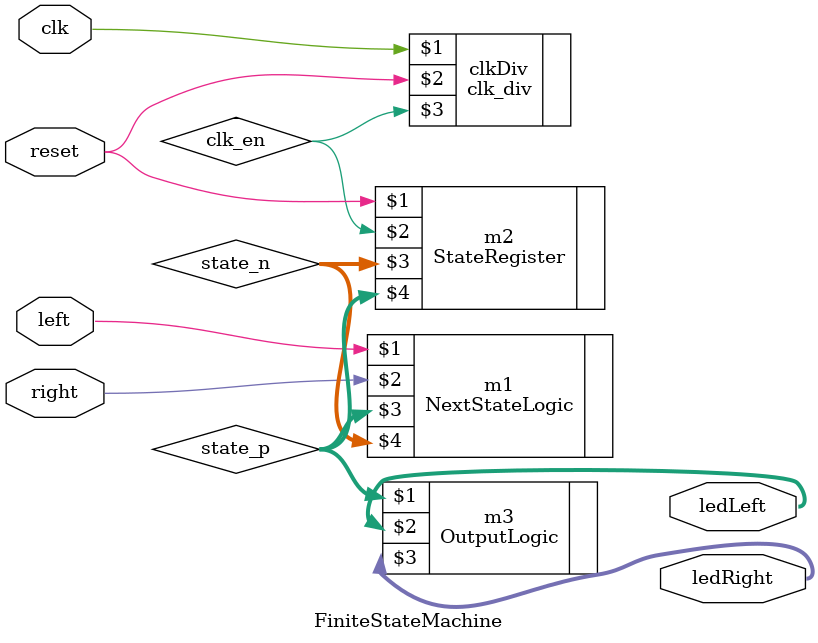
<source format=v>
`timescale 1ns / 1ps


module FiniteStateMachine(
    input clk,
    input left,
    input right,
    input reset,
    
    output [0:2] ledLeft,
    output [0:2] ledRight
    );
    
    wire clk_en;
    
    clk_div clkDiv (clk,reset,clk_en);
    
    wire [2:0] state_n, state_p;
    
    NextStateLogic m1 (left,right,state_p,state_n);
    
    StateRegister m2 (reset,clk_en,state_n,state_p);
    
    OutputLogic m3 (state_p,ledLeft,ledRight);
    
endmodule

</source>
